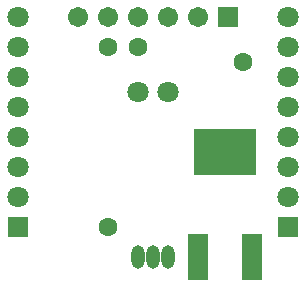
<source format=gts>
G04 Layer_Color=8388736*
%FSLAX24Y24*%
%MOIN*%
G70*
G01*
G75*
%ADD25R,0.0680X0.1580*%
%ADD26R,0.2080X0.1580*%
%ADD27C,0.0710*%
%ADD28R,0.0671X0.0671*%
%ADD29C,0.0671*%
%ADD30O,0.0440X0.0780*%
%ADD31R,0.0710X0.0710*%
%ADD32C,0.0631*%
G54D25*
X1500Y0D02*
D03*
X3311D02*
D03*
G54D26*
X2406Y3504D02*
D03*
G54D27*
X500Y5500D02*
D03*
X-500D02*
D03*
X4500Y2000D02*
D03*
Y3000D02*
D03*
Y4000D02*
D03*
Y5000D02*
D03*
Y6000D02*
D03*
Y7000D02*
D03*
Y8000D02*
D03*
X-4500Y2000D02*
D03*
Y3000D02*
D03*
Y4000D02*
D03*
Y5000D02*
D03*
Y6000D02*
D03*
Y7000D02*
D03*
Y8000D02*
D03*
G54D28*
X2500D02*
D03*
G54D29*
X1500D02*
D03*
X500D02*
D03*
X-500D02*
D03*
X-1500D02*
D03*
X-2500D02*
D03*
G54D30*
X0Y0D02*
D03*
X-500D02*
D03*
X500D02*
D03*
G54D31*
X4500Y1000D02*
D03*
X-4500D02*
D03*
G54D32*
X3000Y6500D02*
D03*
X-1500Y1000D02*
D03*
X-500Y7000D02*
D03*
X-1500Y7000D02*
D03*
M02*

</source>
